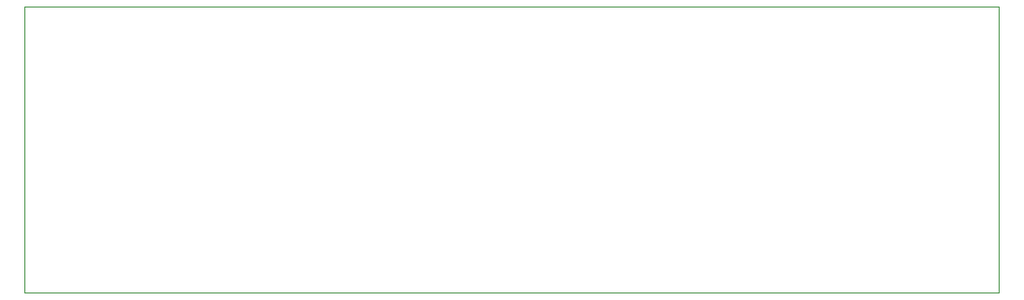
<source format=gbr>
G04 #@! TF.GenerationSoftware,KiCad,Pcbnew,(5.1.6)-1*
G04 #@! TF.CreationDate,2020-07-12T12:05:27-04:00*
G04 #@! TF.ProjectId,Power_Breakout,506f7765-725f-4427-9265-616b6f75742e,v1*
G04 #@! TF.SameCoordinates,Original*
G04 #@! TF.FileFunction,Profile,NP*
%FSLAX46Y46*%
G04 Gerber Fmt 4.6, Leading zero omitted, Abs format (unit mm)*
G04 Created by KiCad (PCBNEW (5.1.6)-1) date 2020-07-12 12:05:27*
%MOMM*%
%LPD*%
G01*
G04 APERTURE LIST*
G04 #@! TA.AperFunction,Profile*
%ADD10C,0.050000*%
G04 #@! TD*
G04 APERTURE END LIST*
D10*
X114630200Y-136271000D02*
X114630200Y-162077400D01*
X202615800Y-136271000D02*
X114630200Y-136271000D01*
X202615800Y-162077400D02*
X202615800Y-136271000D01*
X114630200Y-162077400D02*
X202615800Y-162077400D01*
M02*

</source>
